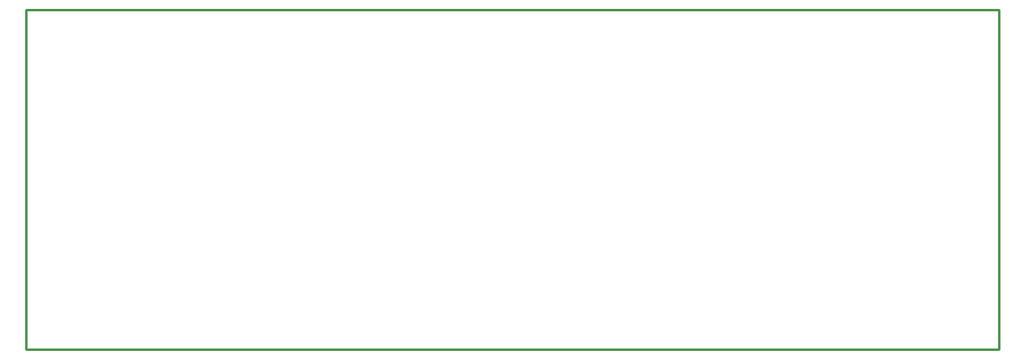
<source format=gko>
%FSLAX24Y24*%
%MOIN*%
G70*
G01*
G75*
G04 Layer_Color=16711935*
%ADD10C,0.0120*%
%ADD11C,0.0100*%
%ADD12C,0.1000*%
%ADD13C,0.0620*%
%ADD14R,0.0620X0.0620*%
%ADD15C,0.0200*%
%ADD16C,0.0060*%
%ADD17C,0.1040*%
%ADD18C,0.0660*%
%ADD19R,0.0660X0.0660*%
D11*
X50000Y10000D02*
Y24000D01*
X10000Y10000D02*
Y24000D01*
Y10000D02*
X50000D01*
X10000Y24000D02*
X50000D01*
X10000Y10000D02*
Y24000D01*
X50000Y10000D02*
Y24000D01*
X10000D02*
X50000D01*
X10000Y10000D02*
X50000D01*
M02*

</source>
